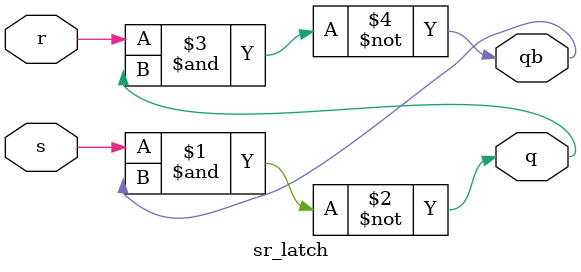
<source format=v>
module sr_latch(
    input s, r,
    output q, qb
);
nand u1 (q, s, qb);
nand u2 (qb, r, q);

endmodule

</source>
